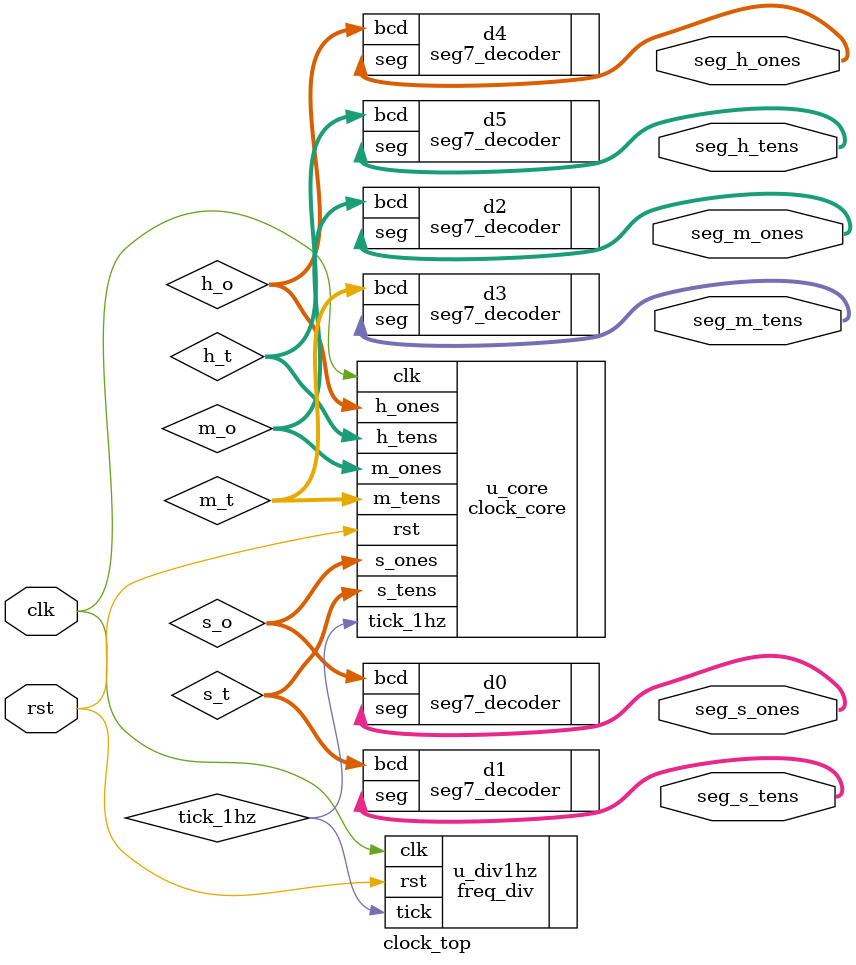
<source format=v>

/*************** TOP DEL RELOJ ****************/

module clock_top
#(
    parameter integer INPUT_HZ      = 50_000_000, // Frecuencia del reloj utilizado
    parameter        SEG_ACTIVE_LOW = 1 // 1-> Anodo comun, 0-> Catodo comun
)
(
    input  wire clk,  
    input  wire rst,  // Reset sincrono
    output wire [6:0] seg_h_tens,
    output wire [6:0] seg_h_ones,
    output wire [6:0] seg_m_tens,
    output wire [6:0] seg_m_ones,
    output wire [6:0] seg_s_tens,
    output wire [6:0] seg_s_ones
);	
	
// Instancia del divisor de frecuencia

wire tick_1hz; 
freq_div #(.DIVIDE(INPUT_HZ)) u_div1hz (.clk(clk), .rst(rst), .tick(tick_1hz));

// Instancia del core (Aqui hace la conexion en castada de segundos, minutos, horas)
	 
 wire [3:0] h_t, h_o, m_t, m_o, s_t, s_o;
 clock_core u_core (
	  .clk(clk), .rst(rst), .tick_1hz(tick_1hz),
	  .h_tens(h_t), .h_ones(h_o), // horas en binario
	  .m_tens(m_t), .m_ones(m_o), // minutos en binario
	  .s_tens(s_t), .s_ones(s_o)	// segundos en binario
 );

// Instancia del decoder para visualizar los numeros en los displays

seg7_decoder #(.SEG_ACTIVE_LOW(SEG_ACTIVE_LOW)) d5 (.bcd(h_t), .seg(seg_h_tens));
seg7_decoder #(.SEG_ACTIVE_LOW(SEG_ACTIVE_LOW)) d4 (.bcd(h_o), .seg(seg_h_ones));
seg7_decoder #(.SEG_ACTIVE_LOW(SEG_ACTIVE_LOW)) d3 (.bcd(m_t), .seg(seg_m_tens));
seg7_decoder #(.SEG_ACTIVE_LOW(SEG_ACTIVE_LOW)) d2 (.bcd(m_o), .seg(seg_m_ones));
seg7_decoder #(.SEG_ACTIVE_LOW(SEG_ACTIVE_LOW)) d1 (.bcd(s_t), .seg(seg_s_tens));
seg7_decoder #(.SEG_ACTIVE_LOW(SEG_ACTIVE_LOW)) d0 (.bcd(s_o), .seg(seg_s_ones));
 
endmodule




</source>
